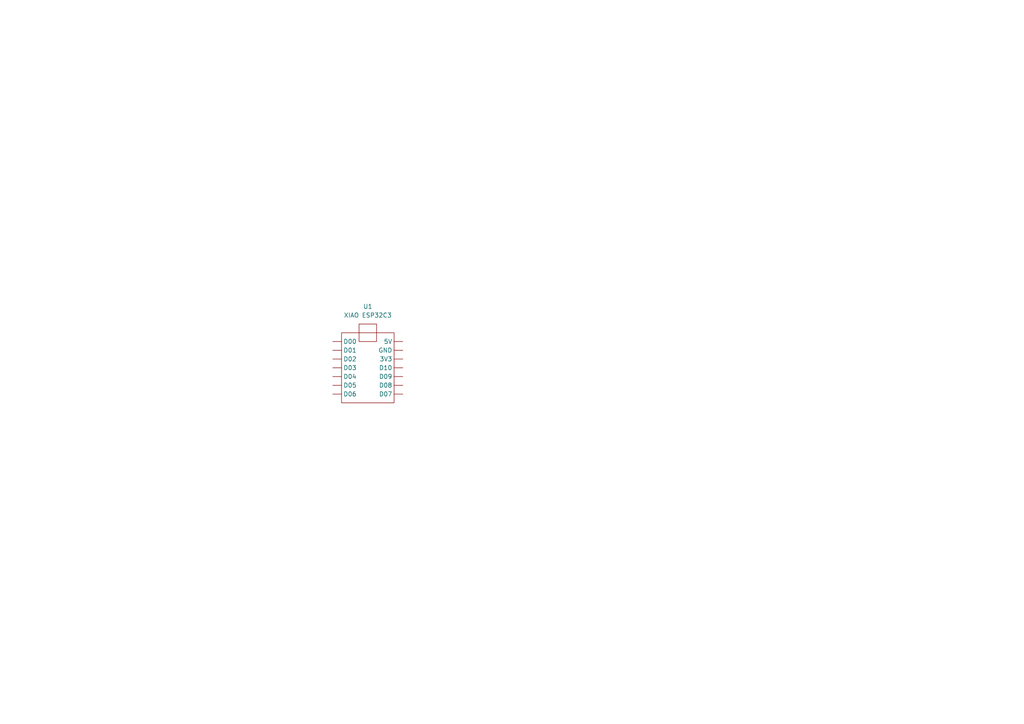
<source format=kicad_sch>
(kicad_sch (version 20250114) (generator "eeschema") (generator_version "9.0")
  (paper "A4")
  (lib_symbols
    (symbol "tmp:XIAO-ESP32-C3"
      (property "Reference" "U" (at 0 17.272 0))
      (property "Value" "XIAO ESP32C3" (at 0.508 14.732 0))
      (symbol "XIAO-ESP32-C3_0_1"
        (rectangle (start -7.62 10.16) (end 7.62 -10.16))
        (rectangle (start -2.54 12.7) (end 2.54 7.62))
      )
      (symbol "XIAO-ESP32-C3_1_1"
        (pin bidirectional line (at -10.16 7.62 0) (length 2.54) (name "D00") (number ""))
        (pin bidirectional line (at -10.16 5.08 0) (length 2.54) (name "D01") (number ""))
        (pin bidirectional line (at -10.16 2.54 0) (length 2.54) (name "D02") (number ""))
        (pin bidirectional line (at -10.16 0 0) (length 2.54) (name "D03") (number ""))
        (pin bidirectional line (at -10.16 -2.54 0) (length 2.54) (name "D04") (number ""))
        (pin bidirectional line (at -10.16 -5.08 0) (length 2.54) (name "D05") (number ""))
        (pin bidirectional line (at -10.16 -7.62 0) (length 2.54) (name "D06") (number ""))
        (pin power_in line (at 10.16 7.62 180) (length 2.54) (name "5V") (number ""))
        (pin power_in line (at 10.16 5.08 180) (length 2.54) (name "GND") (number ""))
        (pin power_in line (at 10.16 2.54 180) (length 2.54) (name "3V3") (number ""))
        (pin bidirectional line (at 10.16 0 180) (length 2.54) (name "D10") (number ""))
        (pin bidirectional line (at 10.16 -2.54 180) (length 2.54) (name "D09") (number ""))
        (pin bidirectional line (at 10.16 -5.08 180) (length 2.54) (name "D08") (number ""))
        (pin bidirectional line (at 10.16 -7.62 180) (length 2.54) (name "D07") (number ""))
      )
    )
  )
  (symbol (lib_id "tmp:XIAO-ESP32-C3") (at 106.68 106.68 0) (unit 1)
    (property "Reference" "U1" (at 106.68 88.9 0))
    (property "Value" "XIAO ESP32C3" (at 106.68 91.44 0))
  )
)
</source>
